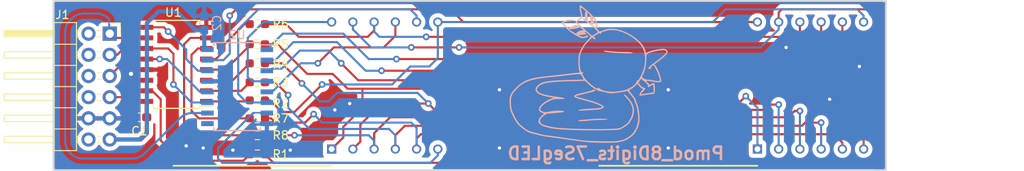
<source format=kicad_pcb>
(kicad_pcb (version 20221018) (generator pcbnew)
  (layers (0 "F.Cu" signal) (31 "B.Cu" signal) (34 "B.Paste" user) (35 "F.Paste" user) (36 "B.SilkS" user "B.Silkscreen") (37 "F.SilkS" user "F.Silkscreen") (38 "B.Mask" user) (39 "F.Mask" user) (44 "Edge.Cuts" user))
  (net 0 "")
  (net 1 "VCC")
  (net 2 "GND")
  (net 3 "Net-(DS1-ANODE_E_DIG_1234)")
  (net 4 "Net-(DS1-ANODE_D_DIG_1234)")
  (net 5 "Net-(DS1-ANODE_DP_DIG_1234)")
  (net 6 "Net-(DS1-ANODE_C_DIG_1234)")
  (net 7 "Net-(DS1-ANODE_G_DIG_1234)")
  (net 8 "Net-(DS1-COMMON_CATHODE_DIG_4)")
  (net 9 "Net-(DS1-ANODE_B_DIG_1234)")
  (net 10 "Net-(DS1-COMMON_CATHODE_DIG_3)")
  (net 11 "Net-(DS1-COMMON_CATHODE_DIG_2)")
  (net 12 "Net-(DS1-ANODE_F_DIG_1234)")
  (net 13 "Net-(DS1-ANODE_A_DIG_1234)")
  (net 14 "Net-(DS1-COMMON_CATHODE_DIG_1)")
  (net 15 "Net-(DS2-COMMON_CATHODE_DIG_4)")
  (net 16 "Net-(DS2-COMMON_CATHODE_DIG_3)")
  (net 17 "Net-(DS2-COMMON_CATHODE_DIG_2)")
  (net 18 "Net-(DS2-COMMON_CATHODE_DIG_1)")
  (net 19 "Net-(J1-Pin_1)")
  (net 20 "Net-(J1-Pin_2)")
  (net 21 "Net-(J1-Pin_3)")
  (net 22 "Net-(J1-Pin_4)")
  (net 27 "Net-(U1-QA)")
  (net 28 "Net-(U1-QB)")
  (net 29 "Net-(U1-QC)")
  (net 30 "Net-(U1-QD)")
  (net 31 "Net-(U1-QE)")
  (net 32 "Net-(U1-QF)")
  (net 33 "Net-(U1-QG)")
  (net 34 "Net-(U1-QH)")
  (net 35 "Net-(U1-QH')")
  (footprint "Resistor_SMD:R_0603_1608Metric_Pad0.98x0.95mm_HandSolder" (layer "F.Cu") (at 74.295 71.882)
    (fp_text reference "R4" (at 2.794 0.127) (layer "F.SilkS"))
    (fp_text value "680" hide)
    (pad "1" smd roundrect (at -0.9125 0) (size 0.975 0.95) (layers "F.Cu" "F.Paste" "F.Mask") (net 30 "Net-(U1-QD)"))
    (pad "2" smd roundrect (at 0.9125 0) (size 0.975 0.95) (layers "F.Cu" "F.Paste" "F.Mask") (net 4 "Net-(DS1-ANODE_D_DIG_1234)"))
  )
  (footprint "SamacSys_Parts:DIPS1524W50P254L5030H825Q12N" (layer "F.Cu") (at 83.185 82.169 90)
    (fp_text reference "DS2" hide)
    (fp_text value "OSL40562-LR" hide)
    (pad "1" thru_hole rect (at 0 0 90) (size 1.1 1.1) (drill 0.7) (layers "*.Cu" "*.Mask") (net 3 "Net-(DS1-ANODE_E_DIG_1234)"))
    (pad "2" thru_hole circle (at 0 2.54 90) (size 1.1 1.1) (drill 0.7) (layers "*.Cu" "*.Mask") (net 4 "Net-(DS1-ANODE_D_DIG_1234)"))
    (pad "3" thru_hole circle (at 0 5.08 90) (size 1.1 1.1) (drill 0.7) (layers "*.Cu" "*.Mask") (net 5 "Net-(DS1-ANODE_DP_DIG_1234)"))
    (pad "4" thru_hole circle (at 0 7.62 90) (size 1.1 1.1) (drill 0.7) (layers "*.Cu" "*.Mask") (net 6 "Net-(DS1-ANODE_C_DIG_1234)"))
    (pad "5" thru_hole circle (at 0 10.16 90) (size 1.1 1.1) (drill 0.7) (layers "*.Cu" "*.Mask") (net 7 "Net-(DS1-ANODE_G_DIG_1234)"))
    (pad "6" thru_hole circle (at 0 12.7 90) (size 1.1 1.1) (drill 0.7) (layers "*.Cu" "*.Mask") (net 15 "Net-(DS2-COMMON_CATHODE_DIG_4)"))
    (pad "7" thru_hole circle (at 15.24 12.7 90) (size 1.1 1.1) (drill 0.7) (layers "*.Cu" "*.Mask") (net 9 "Net-(DS1-ANODE_B_DIG_1234)"))
    (pad "8" thru_hole circle (at 15.24 10.16 90) (size 1.1 1.1) (drill 0.7) (layers "*.Cu" "*.Mask") (net 16 "Net-(DS2-COMMON_CATHODE_DIG_3)"))
    (pad "9" thru_hole circle (at 15.24 7.62 90) (size 1.1 1.1) (drill 0.7) (layers "*.Cu" "*.Mask") (net 17 "Net-(DS2-COMMON_CATHODE_DIG_2)"))
    (pad "10" thru_hole circle (at 15.24 5.08 90) (size 1.1 1.1) (drill 0.7) (layers "*.Cu" "*.Mask") (net 12 "Net-(DS1-ANODE_F_DIG_1234)"))
    (pad "11" thru_hole circle (at 15.24 2.54 90) (size 1.1 1.1) (drill 0.7) (layers "*.Cu" "*.Mask") (net 13 "Net-(DS1-ANODE_A_DIG_1234)"))
    (pad "12" thru_hole circle (at 15.24 0 90) (size 1.1 1.1) (drill 0.7) (layers "*.Cu" "*.Mask") (net 18 "Net-(DS2-COMMON_CATHODE_DIG_1)"))
  )
  (footprint "Package_SO:SOIC-16W_5.3x10.2mm_P1.27mm" (layer "F.Cu") (at 64.643 72.009 180)
    (fp_text reference "U1" (at 0.381 6.223) (layer "F.SilkS"))
    (fp_text value "74HC595")
    (pad "1" smd rect (at -3.55 -4.445 180) (size 1.5 0.6) (layers "F.Cu" "F.Paste" "F.Mask") (net 28 "Net-(U1-QB)"))
    (pad "2" smd rect (at -3.55 -3.175 180) (size 1.5 0.6) (layers "F.Cu" "F.Paste" "F.Mask") (net 29 "Net-(U1-QC)"))
    (pad "3" smd rect (at -3.55 -1.905 180) (size 1.5 0.6) (layers "F.Cu" "F.Paste" "F.Mask") (net 30 "Net-(U1-QD)"))
    (pad "4" smd rect (at -3.55 -0.635 180) (size 1.5 0.6) (layers "F.Cu" "F.Paste" "F.Mask") (net 31 "Net-(U1-QE)"))
    (pad "5" smd rect (at -3.55 0.635 180) (size 1.5 0.6) (layers "F.Cu" "F.Paste" "F.Mask") (net 32 "Net-(U1-QF)"))
    (pad "6" smd rect (at -3.55 1.905 180) (size 1.5 0.6) (layers "F.Cu" "F.Paste" "F.Mask") (net 33 "Net-(U1-QG)"))
    (pad "7" smd rect (at -3.55 3.175 180) (size 1.5 0.6) (layers "F.Cu" "F.Paste" "F.Mask") (net 34 "Net-(U1-QH)"))
    (pad "8" smd rect (at -3.55 4.445 180) (size 1.5 0.6) (layers "F.Cu" "F.Paste" "F.Mask") (net 2 "GND"))
    (pad "9" smd rect (at 3.55 4.445 180) (size 1.5 0.6) (layers "F.Cu" "F.Paste" "F.Mask") (net 35 "Net-(U1-QH')"))
    (pad "10" smd rect (at 3.55 3.175 180) (size 1.5 0.6) (layers "F.Cu" "F.Paste" "F.Mask") (net 19 "Net-(J1-Pin_1)"))
    (pad "11" smd rect (at 3.55 1.905 180) (size 1.5 0.6) (layers "F.Cu" "F.Paste" "F.Mask") (net 20 "Net-(J1-Pin_2)"))
    (pad "12" smd rect (at 3.55 0.635 180) (size 1.5 0.6) (layers "F.Cu" "F.Paste" "F.Mask") (net 21 "Net-(J1-Pin_3)"))
    (pad "13" smd rect (at 3.55 -0.635 180) (size 1.5 0.6) (layers "F.Cu" "F.Paste" "F.Mask") (net 2 "GND"))
    (pad "14" smd rect (at 3.55 -1.905 180) (size 1.5 0.6) (layers "F.Cu" "F.Paste" "F.Mask") (net 22 "Net-(J1-Pin_4)"))
    (pad "15" smd rect (at 3.55 -3.175 180) (size 1.5 0.6) (layers "F.Cu" "F.Paste" "F.Mask") (net 27 "Net-(U1-QA)"))
    (pad "16" smd rect (at 3.55 -4.445 180) (size 1.5 0.6) (layers "F.Cu" "F.Paste" "F.Mask") (net 1 "VCC"))
  )
  (footprint "MyLibrary:Pmod" (layer "F.Cu") (at 56.642 68.326)
    (fp_text reference "J1" (at -5.655 -2.27) (layer "F.SilkS"))
    (fp_text value "Pmod_Header" hide)
    (pad "1" thru_hole rect (at 0 0) (size 1.7 1.7) (drill 1) (layers "*.Cu" "*.Mask") (net 19 "Net-(J1-Pin_1)"))
    (pad "2" thru_hole oval (at 0 2.54) (size 1.7 1.7) (drill 1) (layers "*.Cu" "*.Mask") (net 20 "Net-(J1-Pin_2)"))
    (pad "3" thru_hole oval (at 0 5.08) (size 1.7 1.7) (drill 1) (layers "*.Cu" "*.Mask") (net 21 "Net-(J1-Pin_3)"))
    (pad "4" thru_hole oval (at 0 7.62) (size 1.7 1.7) (drill 1) (layers "*.Cu" "*.Mask") (net 22 "Net-(J1-Pin_4)"))
    (pad "5" thru_hole oval (at 0 10.16) (size 1.7 1.7) (drill 1) (layers "*.Cu" "*.Mask") (net 2 "GND"))
    (pad "6" thru_hole oval (at 0 12.7) (size 1.7 1.7) (drill 1) (layers "*.Cu" "*.Mask") (net 1 "VCC"))
    (pad "7" thru_hole oval (at -2.54 0) (size 1.7 1.7) (drill 1) (layers "*.Cu" "*.Mask"))
    (pad "8" thru_hole oval (at -2.54 2.54) (size 1.7 1.7) (drill 1) (layers "*.Cu" "*.Mask"))
    (pad "9" thru_hole oval (at -2.54 5.08) (size 1.7 1.7) (drill 1) (layers "*.Cu" "*.Mask"))
    (pad "10" thru_hole oval (at -2.54 7.62) (size 1.7 1.7) (drill 1) (layers "*.Cu" "*.Mask"))
    (pad "11" thru_hole oval (at -2.54 10.16) (size 1.7 1.7) (drill 1) (layers "*.Cu" "*.Mask") (net 2 "GND"))
    (pad "12" thru_hole oval (at -2.54 12.7) (size 1.7 1.7) (drill 1) (layers "*.Cu" "*.Mask") (net 1 "VCC"))
  )
  (footprint "Resistor_SMD:R_0603_1608Metric_Pad0.98x0.95mm_HandSolder" (layer "F.Cu") (at 74.295 78.486)
    (fp_text reference "R7" (at 2.794 0) (layer "F.SilkS"))
    (fp_text value "680" hide)
    (pad "1" smd roundrect (at -0.9125 0) (size 0.975 0.95) (layers "F.Cu" "F.Paste" "F.Mask") (net 33 "Net-(U1-QG)"))
    (pad "2" smd roundrect (at 0.9125 0) (size 0.975 0.95) (layers "F.Cu" "F.Paste" "F.Mask") (net 7 "Net-(DS1-ANODE_G_DIG_1234)"))
  )
  (footprint "Capacitor_SMD:C_0603_1608Metric_Pad1.08x0.95mm_HandSolder" (layer "F.Cu") (at 60.198 78.359 180)
    (fp_text reference "C1" (at 0 -1.651) (layer "F.SilkS"))
    (fp_text value "C" hide)
    (pad "1" smd roundrect (at -0.8625 0 180) (size 1.075 0.95) (layers "F.Cu" "F.Paste" "F.Mask") (net 1 "VCC"))
    (pad "2" smd roundrect (at 0.8625 0 180) (size 1.075 0.95) (layers "F.Cu" "F.Paste" "F.Mask") (net 2 "GND"))
  )
  (footprint "Resistor_SMD:R_0603_1608Metric_Pad0.98x0.95mm_HandSolder" (layer "F.Cu") (at 74.295 82.804)
    (fp_text reference "R1" (at 2.794 0) (layer "F.SilkS"))
    (fp_text value "680" hide)
    (pad "1" smd roundrect (at -0.9125 0) (size 0.975 0.95) (layers "F.Cu" "F.Paste" "F.Mask") (net 27 "Net-(U1-QA)"))
    (pad "2" smd roundrect (at 0.9125 0) (size 0.975 0.95) (layers "F.Cu" "F.Paste" "F.Mask") (net 13 "Net-(DS1-ANODE_A_DIG_1234)"))
  )
  (footprint "Resistor_SMD:R_0603_1608Metric_Pad0.98x0.95mm_HandSolder" (layer "F.Cu") (at 74.295 76.327)
    (fp_text reference "R2" (at 2.794 0.381) (layer "F.SilkS"))
    (fp_text value "680" hide)
    (pad "1" smd roundrect (at -0.9125 0) (size 0.975 0.95) (layers "F.Cu" "F.Paste" "F.Mask") (net 28 "Net-(U1-QB)"))
    (pad "2" smd roundrect (at 0.9125 0) (size 0.975 0.95) (layers "F.Cu" "F.Paste" "F.Mask") (net 9 "Net-(DS1-ANODE_B_DIG_1234)"))
  )
  (footprint "Resistor_SMD:R_0603_1608Metric_Pad0.98x0.95mm_HandSolder" (layer "F.Cu") (at 74.295 67.183)
    (fp_text reference "R6" (at 2.794 0) (layer "F.SilkS"))
    (fp_text value "680" hide)
    (pad "1" smd roundrect (at -0.9125 0) (size 0.975 0.95) (layers "F.Cu" "F.Paste" "F.Mask") (net 32 "Net-(U1-QF)"))
    (pad "2" smd roundrect (at 0.9125 0) (size 0.975 0.95) (layers "F.Cu" "F.Paste" "F.Mask") (net 12 "Net-(DS1-ANODE_F_DIG_1234)"))
  )
  (footprint "Resistor_SMD:R_0603_1608Metric_Pad0.98x0.95mm_HandSolder" (layer "F.Cu") (at 74.295 69.596)
    (fp_text reference "R5" (at 2.794 0) (layer "F.SilkS"))
    (fp_text value "680" hide)
    (pad "1" smd roundrect (at -0.9125 0) (size 0.975 0.95) (layers "F.Cu" "F.Paste" "F.Mask") (net 31 "Net-(U1-QE)"))
    (pad "2" smd roundrect (at 0.9125 0) (size 0.975 0.95) (layers "F.Cu" "F.Paste" "F.Mask") (net 3 "Net-(DS1-ANODE_E_DIG_1234)"))
  )
  (footprint "Resistor_SMD:R_0603_1608Metric_Pad0.98x0.95mm_HandSolder" (layer "F.Cu") (at 74.295 74.168)
    (fp_text reference "R3" (at 2.794 0) (layer "F.SilkS"))
    (fp_text value "680" hide)
    (pad "1" smd roundrect (at -0.9125 0) (size 0.975 0.95) (layers "F.Cu" "F.Paste" "F.Mask") (net 29 "Net-(U1-QC)"))
    (pad "2" smd roundrect (at 0.9125 0) (size 0.975 0.95) (layers "F.Cu" "F.Paste" "F.Mask") (net 6 "Net-(DS1-ANODE_C_DIG_1234)"))
  )
  (footprint "SamacSys_Parts:DIPS1524W50P254L5030H825Q12N" (layer "F.Cu") (at 134.112 82.169 90)
    (fp_text reference "DS1" hide)
    (fp_text value "OSL40562-LR" hide)
    (pad "1" thru_hole rect (at 0 0 90) (size 1.1 1.1) (drill 0.7) (layers "*.Cu" "*.Mask") (net 3 "Net-(DS1-ANODE_E_DIG_1234)"))
    (pad "2" thru_hole circle (at 0 2.54 90) (size 1.1 1.1) (drill 0.7) (layers "*.Cu" "*.Mask") (net 4 "Net-(DS1-ANODE_D_DIG_1234)"))
    (pad "3" thru_hole circle (at 0 5.08 90) (size 1.1 1.1) (drill 0.7) (layers "*.Cu" "*.Mask") (net 5 "Net-(DS1-ANODE_DP_DIG_1234)"))
    (pad "4" thru_hole circle (at 0 7.62 90) (size 1.1 1.1) (drill 0.7) (layers "*.Cu" "*.Mask") (net 6 "Net-(DS1-ANODE_C_DIG_1234)"))
    (pad "5" thru_hole circle (at 0 10.16 90) (size 1.1 1.1) (drill 0.7) (layers "*.Cu" "*.Mask") (net 7 "Net-(DS1-ANODE_G_DIG_1234)"))
    (pad "6" thru_hole circle (at 0 12.7 90) (size 1.1 1.1) (drill 0.7) (layers "*.Cu" "*.Mask") (net 8 "Net-(DS1-COMMON_CATHODE_DIG_4)"))
    (pad "7" thru_hole circle (at 15.24 12.7 90) (size 1.1 1.1) (drill 0.7) (layers "*.Cu" "*.Mask") (net 9 "Net-(DS1-ANODE_B_DIG_1234)"))
    (pad "8" thru_hole circle (at 15.24 10.16 90) (size 1.1 1.1) (drill 0.7) (layers "*.Cu" "*.Mask") (net 10 "Net-(DS1-COMMON_CATHODE_DIG_3)"))
    (pad "9" thru_hole circle (at 15.24 7.62 90) (size 1.1 1.1) (drill 0.7) (layers "*.Cu" "*.Mask") (net 11 "Net-(DS1-COMMON_CATHODE_DIG_2)"))
    (pad "10" thru_hole circle (at 15.24 5.08 90) (size 1.1 1.1) (drill 0.7) (layers "*.Cu" "*.Mask") (net 12 "Net-(DS1-ANODE_F_DIG_1234)"))
    (pad "11" thru_hole circle (at 15.24 2.54 90) (size 1.1 1.1) (drill 0.7) (layers "*.Cu" "*.Mask") (net 13 "Net-(DS1-ANODE_A_DIG_1234)"))
    (pad "12" thru_hole circle (at 15.24 0 90) (size 1.1 1.1) (drill 0.7) (layers "*.Cu" "*.Mask") (net 14 "Net-(DS1-COMMON_CATHODE_DIG_1)"))
  )
  (footprint "Resistor_SMD:R_0603_1608Metric_Pad0.98x0.95mm_HandSolder" (layer "F.Cu") (at 74.295 80.518)
    (fp_text reference "R8" (at 2.794 0) (layer "F.SilkS"))
    (fp_text value "680" hide)
    (pad "1" smd roundrect (at -0.9125 0) (size 0.975 0.95) (layers "F.Cu" "F.Paste" "F.Mask") (net 34 "Net-(U1-QH)"))
    (pad "2" smd roundrect (at 0.9125 0) (size 0.975 0.95) (layers "F.Cu" "F.Paste" "F.Mask") (net 5 "Net-(DS1-ANODE_DP_DIG_1234)"))
  )
  (footprint "Package_SO:SOIC-16W_5.3x10.2mm_P1.27mm" (layer "B.Cu") (at 71.882 74.676 180)
    (fp_text reference "U2" (at 0 6.2) (layer "B.SilkS") (effects (justify mirror)))
    (fp_text value "74HC595")
    (pad "1" smd rect (at -3.55 4.445 180) (size 1.5 0.6) (layers "B.Cu" "B.Paste" "B.Mask") (net 11 "Net-(DS1-COMMON_CATHODE_DIG_2)"))
    (pad "2" smd rect (at -3.55 3.175 180) (size 1.5 0.6) (layers "B.Cu" "B.Paste" "B.Mask") (net 10 "Net-(DS1-COMMON_CATHODE_DIG_3)"))
    (pad "3" smd rect (at -3.55 1.905 180) (size 1.5 0.6) (layers "B.Cu" "B.Paste" "B.Mask") (net 8 "Net-(DS1-COMMON_CATHODE_DIG_4)"))
    (pad "4" smd rect (at -3.55 0.635 180) (size 1.5 0.6) (layers "B.Cu" "B.Paste" "B.Mask") (net 18 "Net-(DS2-COMMON_CATHODE_DIG_1)"))
    (pad "5" smd rect (at -3.55 -0.635 180) (size 1.5 0.6) (layers "B.Cu" "B.Paste" "B.Mask") (net 17 "Net-(DS2-COMMON_CATHODE_DIG_2)"))
    (pad "6" smd rect (at -3.55 -1.905 180) (size 1.5 0.6) (layers "B.Cu" "B.Paste" "B.Mask") (net 16 "Net-(DS2-COMMON_CATHODE_DIG_3)"))
    (pad "7" smd rect (at -3.55 -3.175 180) (size 1.5 0.6) (layers "B.Cu" "B.Paste" "B.Mask") (net 15 "Net-(DS2-COMMON_CATHODE_DIG_4)"))
    (pad "8" smd rect (at -3.55 -4.445 180) (size 1.5 0.6) (layers "B.Cu" "B.Paste" "B.Mask") (net 2 "GND"))
    (pad "9" smd rect (at 3.55 -4.445 180) (size 1.5 0.6) (layers "B.Cu" "B.Paste" "B.Mask"))
    (pad "10" smd rect (at 3.55 -3.175 180) (size 1.5 0.6) (layers "B.Cu" "B.Paste" "B.Mask") (net 19 "Net-(J1-Pin_1)"))
    (pad "11" smd rect (at 3.55 -1.905 180) (size 1.5 0.6) (layers "B.Cu" "B.Paste" "B.Mask") (net 20 "Net-(J1-Pin_2)"))
    (pad "12" smd rect (at 3.55 -0.635 180) (size 1.5 0.6) (layers "B.Cu" "B.Paste" "B.Mask") (net 21 "Net-(J1-Pin_3)"))
    (pad "13" smd rect (at 3.55 0.635 180) (size 1.5 0.6) (layers "B.Cu" "B.Paste" "B.Mask") (net 2 "GND"))
    (pad "14" smd rect (at 3.55 1.905 180) (size 1.5 0.6) (layers "B.Cu" "B.Paste" "B.Mask") (net 35 "Net-(U1-QH')"))
    (pad "15" smd rect (at 3.55 3.175 180) (size 1.5 0.6) (layers "B.Cu" "B.Paste" "B.Mask") (net 14 "Net-(DS1-COMMON_CATHODE_DIG_1)"))
    (pad "16" smd rect (at 3.55 4.445 180) (size 1.5 0.6) (layers "B.Cu" "B.Paste" "B.Mask") (net 1 "VCC"))
  )
  (footprint "MyLibrary:kamo20" (layer "B.Cu") (at 114.046 74.168 180)
    (fp_text reference "G***" hide)
    (fp_text value "LOGO" hide)
  )
  (footprint "Capacitor_SMD:C_0603_1608Metric_Pad1.08x0.95mm_HandSolder" (layer "B.Cu") (at 67.945 67.056 -90)
    (fp_text reference "C2" (at 0 -1.524 90) (layer "B.SilkS") (effects (justify mirror)))
    (fp_text value "C" hide)
    (pad "1" smd roundrect (at -0.8625 0 270) (size 1.075 0.95) (layers "B.Cu" "B.Paste" "B.Mask") (net 2 "GND"))
    (pad "2" smd roundrect (at 0.8625 0 270) (size 1.075 0.95) (layers "B.Cu" "B.Paste" "B.Mask") (net 1 "VCC"))
  )
  (gr_rect (start 49.911 64.389) (end 149.479 84.709) (stroke (width 0.2)) (fill none) (layer "Edge.Cuts"))
  (gr_text "Pmod_8Digits_7SegLED " (at 130.302 83.566) (layer "B.SilkS") (effects (font (size 1.5 1.5) (thickness 0.3) bold) (justify left bottom mirror)))
  (segment (start 61.087 80.264) (end 61.087 78.3855) (width 0.5) (layer "F.Cu") (net 1))
  (segment (start 56.577 81.026) (end 60.325 81.026) (width 0.5) (layer "F.Cu") (net 1))
  (segment (start 61.087 78.3855) (end 61.0605 78.359) (width 0.5) (layer "F.Cu") (net 1))
  (segment (start 61.0605 78.359) (end 61.0605 76.4865) (width 0.5) (layer "F.Cu") (net 1))
  (segment (start 60.325 81.026) (end 61.087 80.264) (width 0.5) (layer "F.Cu") (net 1))
  (segment (start 61.0605 76.4865) (end 61.093 76.454) (width 0.5) (layer "F.Cu") (net 1))
  (segment (start 67.945 69.844) (end 68.332 70.231) (width 0.5) (layer "B.Cu") (net 1))
  (segment (start 62.484 65.659) (end 64.643 65.659) (width 0.5) (layer "B.Cu") (net 1))
  (segment (start 56.577 81.026) (end 60.198 81.026) (width 0.5) (layer "B.Cu") (net 1))
  (segment (start 61.087 80.137) (end 61.087 67.056) (width 0.5) (layer "B.Cu") (net 1))
  (segment (start 67.945 67.9185) (end 67.945 69.844) (width 0.5) (layer "B.Cu") (net 1))
  (segment (start 61.087 67.056) (end 62.484 65.659) (width 0.5) (layer "B.Cu") (net 1))
  (segment (start 64.643 65.659) (end 66.9025 67.9185) (width 0.5) (layer "B.Cu") (net 1))
  (segment (start 66.9025 67.9185) (end 67.945 67.9185) (width 0.5) (layer "B.Cu") (net 1))
  (segment (start 60.198 81.026) (end 61.087 80.137) (width 0.5) (layer "B.Cu") (net 1))
  (via (at 71.374 82.296) (size 0.8) (drill 0.4) (layers "F.Cu" "B.Cu") (net 2))
  (via (at 59.182 73.152) (size 1) (drill 0.5) (layers "F.Cu" "B.Cu") (net 2))
  (via (at 142.748 76.2) (size 0.8) (drill 0.4) (layers "F.Cu" "B.Cu") (net 2))
  (via (at 103.251 75.057) (size 0.8) (drill 0.4) (layers "F.Cu" "B.Cu") (net 2))
  (via (at 123.444 75.057) (size 0.8) (drill 0.4) (layers "F.Cu" "B.Cu") (net 2))
  (via (at 85.344 76.708) (size 0.8) (drill 0.4) (layers "F.Cu" "B.Cu") (net 2))
  (via (at 67.818 82.042) (size 0.8) (drill 0.4) (layers "F.Cu" "B.Cu") (net 2))
  (via (at 123.444 82.042) (size 0.8) (drill 0.4) (layers "F.Cu" "B.Cu") (net 2))
  (via (at 146.304 72.263) (size 0.8) (drill 0.4) (layers "F.Cu" "B.Cu") (net 2))
  (via (at 78.232 82.296) (size 0.8) (drill 0.4) (layers "F.Cu" "B.Cu") (net 2))
  (via (at 137.541 69.977) (size 0.8) (drill 0.4) (layers "F.Cu" "B.Cu") (net 2))
  (via (at 83.566 77.47) (size 0.8) (drill 0.4) (layers "F.Cu" "B.Cu") (net 2))
  (via (at 103.251 82.042) (size 0.8) (drill 0.4) (layers "F.Cu" "B.Cu") (net 2))
  (via (at 65.786 81.788) (size 0.8) (drill 0.4) (layers "F.Cu" "B.Cu") (net 2))
  (segment (start 86.868 74.93) (end 97.028 74.93) (width 0.25) (layer "F.Cu") (net 3))
  (segment (start 132.08 76.454) (end 132.715 75.819) (width 0.25) (layer "F.Cu") (net 3))
  (segment (start 76.708 69.596) (end 75.2075 69.596) (width 0.25) (layer "F.Cu") (net 3))
  (segment (start 97.028 74.93) (end 98.552 76.454) (width 0.25) (layer "F.Cu") (net 3))
  (segment (start 86.106 74.93) (end 85.09 74.93) (width 0.25) (layer "F.Cu") (net 3))
  (segment (start 80.264 73.152) (end 76.708 69.596) (width 0.25) (layer "F.Cu") (net 3))
  (segment (start 98.552 76.454) (end 132.08 76.454) (width 0.25) (layer "F.Cu") (net 3))
  (segment (start 86.868 77.216) (end 86.868 74.93) (width 0.25) (layer "F.Cu") (net 3))
  (segment (start 83.312 73.152) (end 80.264 73.152) (width 0.25) (layer "F.Cu") (net 3))
  (segment (start 83.185 82.169) (end 84.582 80.772) (width 0.25) (layer "F.Cu") (net 3))
  (segment (start 85.09 74.93) (end 83.312 73.152) (width 0.25) (layer "F.Cu") (net 3))
  (segment (start 84.582 79.502) (end 86.868 77.216) (width 0.25) (layer "F.Cu") (net 3))
  (segment (start 84.582 80.772) (end 84.582 79.502) (width 0.25) (layer "F.Cu") (net 3))
  (segment (start 86.106 74.93) (end 86.868 74.93) (width 0.25) (layer "F.Cu") (net 3))
  (via (at 132.715 75.819) (size 0.8) (drill 0.4) (layers "F.Cu" "B.Cu") (net 3))
  (segment (start 132.715 75.819) (end 134.112 77.216) (width 0.25) (layer "B.Cu") (net 3))
  (segment (start 134.112 77.216) (end 134.112 82.169) (width 0.25) (layer "B.Cu") (net 3))
  (segment (start 86.614 81.28) (end 85.725 82.169) (width 0.25) (layer "F.Cu") (net 4))
  (segment (start 89.154 76.708) (end 86.614 79.248) (width 0.25) (layer "F.Cu") (net 4))
  (segment (start 77.216 71.882) (end 75.2075 71.882) (width 0.25) (layer "F.Cu") (net 4))
  (segment (start 86.614 79.248) (end 86.614 81.28) (width 0.25) (layer "F.Cu") (net 4))
  (segment (start 94.742 76.708) (end 89.154 76.708) (width 0.25) (layer "F.Cu") (net 4))
  (segment (start 94.742 76.708) (end 95.504 77.47) (width 0.25) (layer "F.Cu") (net 4))
  (segment (start 95.504 77.47) (end 135.001 77.47) (width 0.25) (layer "F.Cu") (net 4))
  (segment (start 135.001 77.47) (end 135.636 76.835) (width 0.25) (layer "F.Cu") (net 4))
  (segment (start 135.636 76.835) (end 136.652 76.835) (width 0.25) (layer "F.Cu") (net 4))
  (segment (start 79.629 74.295) (end 77.216 71.882) (width 0.25) (layer "F.Cu") (net 4))
  (via (at 79.629 74.295) (size 0.8) (drill 0.4) (layers "F.Cu" "B.Cu") (net 4))
  (via (at 136.652 76.835) (size 0.8) (drill 0.4) (layers "F.Cu" "B.Cu") (net 4))
  (via (at 94.742 76.708) (size 0.8) (drill 0.4) (layers "F.Cu" "B.Cu") (net 4))
  (segment (start 82.804 76.454) (end 83.82 75.438) (width 0.25) (layer "B.Cu") (net 4))
  (segment (start 79.629 74.295) (end 81.788 76.454) (width 0.25) (layer "B.Cu") (net 4))
  (segment (start 81.788 76.454) (end 82.804 76.454) (width 0.25) (layer "B.Cu") (net 4))
  (segment (start 83.82 75.438) (end 93.472 75.438) (width 0.25) (layer "B.Cu") (net 4))
  (segment (start 93.472 75.438) (end 94.742 76.708) (width 0.25) (layer "B.Cu") (net 4))
  (segment (start 136.652 82.169) (end 136.652 76.835) (width 0.25) (layer "B.Cu") (net 4))
  (segment (start 88.265 80.518) (end 88.265 82.169) (width 0.25) (layer "F.Cu") (net 5))
  (segment (start 139.192 77.597) (end 138.557 77.597) (width 0.25) (layer "F.Cu") (net 5))
  (segment (start 88.265 80.264) (end 88.265 80.518) (width 0.25) (layer "F.Cu") (net 5))
  (segment (start 90.17 78.359) (end 88.265 80.264) (width 0.25) (layer "F.Cu") (net 5))
  (segment (start 138.557 77.597) (end 137.795 78.359) (width 0.25) (layer "F.Cu") (net 5))
  (segment (start 75.2075 80.518) (end 78.74 80.518) (width 0.25) (layer "F.Cu") (net 5))
  (segment (start 137.795 78.359) (end 90.17 78.359) (width 0.25) (layer "F.Cu") (net 5))
  (via (at 78.74 80.518) (size 0.8) (drill 0.4) (layers "F.Cu" "B.Cu") (net 5))
  (via (at 139.192 77.597) (size 0.8) (drill 0.4) (layers "F.Cu" "B.Cu") (net 5))
  (segment (start 78.74 80.518) (end 87.63 80.518) (width 0.25) (layer "B.Cu") (net 5))
  (segment (start 88.265 81.153) (end 88.265 82.169) (width 0.25) (layer "B.Cu") (net 5))
  (segment (start 139.192 82.169) (end 139.192 77.597) (width 0.25) (layer "B.Cu") (net 5))
  (segment (start 87.63 80.518) (end 88.265 81.153) (width 0.25) (layer "B.Cu") (net 5))
  (segment (start 76.454 74.168) (end 75.2075 74.168) (width 0.25) (layer "F.Cu") (net 6))
  (segment (start 141.732 78.994) (end 139.827 78.994) (width 0.25) (layer "F.Cu") (net 6))
  (segment (start 91.948 79.375) (end 90.932 80.391) (width 0.25) (layer "F.Cu") (net 6))
  (segment (start 90.805 80.518) (end 90.805 82.169) (width 0.25) (layer "F.Cu") (net 6))
  (segment (start 90.932 80.391) (end 90.805 80.518) (width 0.25) (layer "F.Cu") (net 6))
  (segment (start 139.446 79.375) (end 91.948 79.375) (width 0.25) (layer "F.Cu") (net 6))
  (segment (start 139.827 78.994) (end 139.446 79.375) (width 0.25) (layer "F.Cu") (net 6))
  (segment (start 77.978 75.692) (end 76.454 74.168) (width 0.25) (layer "F.Cu") (net 6))
  (via (at 77.978 75.692) (size 0.8) (drill 0.4) (layers "F.Cu" "B.Cu") (net 6))
  (via (at 141.732 78.994) (size 0.8) (drill 0.4) (layers "F.Cu" "B.Cu") (net 6))
  (segment (start 80.518 79.756) (end 90.043 79.756) (width 0.25) (layer "B.Cu") (net 6))
  (segment (start 141.732 82.169) (end 141.732 78.994) (width 0.25) (layer "B.Cu") (net 6))
  (segment (start 90.043 79.756) (end 90.805 80.518) (width 0.25) (layer "B.Cu") (net 6))
  (segment (start 90.805 80.518) (end 90.805 82.169) (width 0.25) (layer "B.Cu") (net 6))
  (segment (start 77.978 75.692) (end 77.978 77.216) (width 0.25) (layer "B.Cu") (net 6))
  (segment (start 77.978 77.216) (end 80.518 79.756) (width 0.25) (layer "B.Cu") (net 6))
  (segment (start 75.946 78.486) (end 75.2075 78.486) (width 0.25) (layer "F.Cu") (net 7))
  (segment (start 76.454 78.994) (end 75.946 78.486) (width 0.25) (layer "F.Cu") (net 7))
  (segment (start 80.01 78.994) (end 76.454 78.994) (width 0.25) (layer "F.Cu") (net 7))
  (segment (start 93.853 80.391) (end 93.345 80.899) (width 0.25) (layer "F.Cu") (net 7))
  (segment (start 143.256 80.391) (end 93.853 80.391) (width 0.25) (layer "F.Cu") (net 7))
  (segment (start 81.026 77.978) (end 80.01 78.994) (width 0.25) (layer "F.Cu") (net 7))
  (segment (start 144.272 82.169) (end 144.272 81.407) (width 0.25) (layer "F.Cu") (net 7))
  (segment (start 144.272 81.407) (end 143.256 80.391) (width 0.25) (layer "F.Cu") (net 7))
  (segment (start 93.345 80.899) (end 93.345 82.169) (width 0.25) (layer "F.Cu") (net 7))
  (via (at 81.026 77.978) (size 0.8) (drill 0.4) (layers "F.Cu" "B.Cu") (net 7))
  (segment (start 81.026 77.978) (end 82.042 78.994) (width 0.25) (layer "B.Cu") (net 7))
  (segment (start 82.042 78.994) (end 92.71 78.994) (width 0.25) (layer "B.Cu") (net 7))
  (segment (start 92.71 78.994) (end 93.345 79.629) (width 0.25) (layer "B.Cu") (net 7))
  (segment (start 93.345 79.629) (end 93.345 82.169) (width 0.25) (layer "B.Cu") (net 7))
  (segment (start 146.812 76.835) (end 146.812 82.169) (width 0.25) (layer "F.Cu") (net 8))
  (segment (start 96.774 73.914) (end 97.028 73.66) (width 0.25) (layer "F.Cu") (net 8))
  (segment (start 84.328 71.882) (end 86.36 73.914) (width 0.25) (layer "F.Cu") (net 8))
  (segment (start 86.36 73.914) (end 96.774 73.914) (width 0.25) (layer "F.Cu") (net 8))
  (segment (start 143.637 73.66) (end 146.812 76.835) (width 0.25) (layer "F.Cu") (net 8))
  (segment (start 97.028 73.66) (end 143.637 73.66) (width 0.25) (layer "F.Cu") (net 8))
  (via (at 84.328 71.882) (size 0.8) (drill 0.4) (layers "F.Cu" "B.Cu") (net 8))
  (segment (start 79.375 70.358) (end 77.216 72.517) (width 0.25) (layer "B.Cu") (net 8))
  (segment (start 82.804 70.358) (end 79.375 70.358) (width 0.25) (layer "B.Cu") (net 8))
  (segment (start 76.073 72.517) (end 75.819 72.771) (width 0.25) (layer "B.Cu") (net 8))
  (segment (start 84.328 71.882) (end 82.804 70.358) (width 0.25) (layer "B.Cu") (net 8))
  (segment (start 77.216 72.517) (end 76.073 72.517) (width 0.25) (layer "B.Cu") (net 8))
  (segment (start 75.819 72.771) (end 75.432 72.771) (width 0.25) (layer "B.Cu") (net 8))
  (segment (start 82.042 74.422) (end 78.74 77.724) (width 0.25) (layer "F.Cu") (net 9))
  (segment (start 78.74 77.724) (end 77.216 77.724) (width 0.25) (layer "F.Cu") (net 9))
  (segment (start 77.216 77.724) (end 75.819 76.327) (width 0.25) (layer "F.Cu") (net 9))
  (segment (start 75.819 76.327) (end 75.2075 76.327) (width 0.25) (layer "F.Cu") (net 9))
  (via (at 82.042 74.422) (size 0.8) (drill 0.4) (layers "F.Cu" "B.Cu") (net 9))
  (segment (start 146.05 65.405) (end 130.302 65.405) (width 0.25) (layer "B.Cu") (net 9))
  (segment (start 130.302 65.405) (end 128.778 66.929) (width 0.25) (layer "B.Cu") (net 9))
  (segment (start 90.424 74.422) (end 92.583 72.263) (width 0.25) (layer "B.Cu") (net 9))
  (segment (start 146.812 66.167) (end 146.05 65.405) (width 0.25) (layer "B.Cu") (net 9))
  (segment (start 95.885 71.247) (end 95.885 66.929) (width 0.25) (layer "B.Cu") (net 9))
  (segment (start 146.812 66.929) (end 146.812 66.167) (width 0.25) (layer "B.Cu") (net 9))
  (segment (start 128.778 66.929) (end 95.885 66.929) (width 0.25) (layer "B.Cu") (net 9))
  (segment (start 92.583 72.263) (end 94.869 72.263) (width 0.25) (layer "B.Cu") (net 9))
  (segment (start 82.042 74.422) (end 90.424 74.422) (width 0.25) (layer "B.Cu") (net 9))
  (segment (start 94.869 72.263) (end 95.885 71.247) (width 0.25) (layer "B.Cu") (net 9))
  (segment (start 95.758 72.517) (end 142.24 72.517) (width 0.25) (layer "F.Cu") (net 10))
  (segment (start 144.272 70.485) (end 144.272 66.929) (width 0.25) (layer "F.Cu") (net 10))
  (segment (start 142.24 72.517) (end 144.272 70.485) (width 0.25) (layer "F.Cu") (net 10))
  (segment (start 95.504 72.771) (end 95.758 72.517) (width 0.25) (layer "F.Cu") (net 10))
  (segment (start 89.154 72.771) (end 95.504 72.771) (width 0.25) (layer "F.Cu") (net 10))
  (via (at 89.154 72.771) (size 0.8) (drill 0.4) (layers "F.Cu" "B.Cu") (net 10))
  (segment (start 83.82 69.342) (end 78.613 69.342) (width 0.25) (layer "B.Cu") (net 10))
  (segment (start 89.154 72.771) (end 87.249 72.771) (width 0.25) (layer "B.Cu") (net 10))
  (segment (start 87.249 72.771) (end 83.82 69.342) (width 0.25) (layer "B.Cu") (net 10))
  (segment (start 78.613 69.342) (end 76.454 71.501) (width 0.25) (layer "B.Cu") (net 10))
  (segment (start 76.454 71.501) (end 75.432 71.501) (width 0.25) (layer "B.Cu") (net 10))
  (segment (start 140.335 71.374) (end 141.732 69.977) (width 0.25) (layer "F.Cu") (net 11))
  (segment (start 141.732 69.977) (end 141.732 66.929) (width 0.25) (layer "F.Cu") (net 11))
  (segment (start 90.932 71.374) (end 140.335 71.374) (width 0.25) (layer "F.Cu") (net 11))
  (via (at 90.932 71.374) (size 0.8) (drill 0.4) (layers "F.Cu" "B.Cu") (net 11))
  (segment (start 77.337 68.326) (end 75.432 70.231) (width 0.25) (layer "B.Cu") (net 11))
  (segment (start 84.582 68.326) (end 77.337 68.326) (width 0.25) (layer "B.Cu") (net 11))
  (segment (start 87.63 71.374) (end 84.582 68.326) (width 0.25) (layer "B.Cu") (net 11))
  (segment (start 90.932 71.374) (end 87.63 71.374) (width 0.25) (layer "B.Cu") (net 11))
  (segment (start 139.192 68.072) (end 139.192 66.929) (width 0.25) (layer "F.Cu") (net 12))
  (segment (start 88.265 66.929) (end 88.265 67.945) (width 0.25) (layer "F.Cu") (net 12))
  (segment (start 87.503 68.707) (end 79.248 68.707) (width 0.25) (layer "F.Cu") (net 12))
  (segment (start 77.724 67.183) (end 75.2075 67.183) (width 0.25) (layer "F.Cu") (net 12))
  (segment (start 138.557 68.707) (end 139.192 68.072) (width 0.25) (layer "F.Cu") (net 12))
  (segment (start 94.488 68.707) (end 138.557 68.707) (width 0.25) (layer "F.Cu") (net 12))
  (segment (start 88.265 67.945) (end 87.503 68.707) (width 0.25) (layer "F.Cu") (net 12))
  (segment (start 79.248 68.707) (end 77.724 67.183) (width 0.25) (layer "F.Cu") (net 12))
  (via (at 94.488 68.707) (size 0.8) (drill 0.4) (layers "F.Cu" "B.Cu") (net 12))
  (segment (start 88.9 68.707) (end 88.265 68.072) (width 0.25) (layer "B.Cu") (net 12))
  (segment (start 94.488 68.707) (end 88.9 68.707) (width 0.25) (layer "B.Cu") (net 12))
  (segment (start 88.265 68.072) (end 88.265 66.929) (width 0.25) (layer "B.Cu") (net 12))
  (segment (start 148.463 66.421) (end 147.447 65.405) (width 0.25) (layer "F.Cu") (net 13))
  (segment (start 147.447 65.405) (end 137.033 65.405) (width 0.25) (layer "F.Cu") (net 13))
  (segment (start 136.652 65.786) (end 136.652 66.929) (width 0.25) (layer "F.Cu") (net 13))
  (segment (start 147.828 83.82) (end 148.463 83.185) (width 0.25) (layer "F.Cu") (net 13))
  (segment (start 148.463 83.185) (end 148.463 66.421) (width 0.25) (layer "F.Cu") (net 13))
  (segment (start 76.2235 83.82) (end 147.828 83.82) (width 0.25) (layer "F.Cu") (net 13))
  (segment (start 75.2075 82.804) (end 76.2235 83.82) (width 0.25) (layer "F.Cu") (net 13))
  (segment (start 137.033 65.405) (end 136.652 65.786) (width 0.25) (layer "F.Cu") (net 13))
  (segment (start 92.71 69.977) (end 98.425 69.977) (width 0.25) (layer "F.Cu") (net 13))
  (via (at 98.425 69.977) (size 0.8) (drill 0.4) (layers "F.Cu" "B.Cu") (net 13))
  (via (at 92.71 69.977) (size 0.8) (drill 0.4) (layers "F.Cu" "B.Cu") (net 13))
  (segment (start 85.725 67.818) (end 85.725 66.929) (width 0.25) (layer "B.Cu") (net 13))
  (segment (start 92.71 69.977) (end 87.884 69.977) (width 0.25) (layer "B.Cu") (net 13))
  (segment (start 134.493 69.977) (end 136.652 67.818) (width 0.25) (layer "B.Cu") (net 13))
  (segment (start 98.425 69.977) (end 134.493 69.977) (width 0.25) (layer "B.Cu") (net 13))
  (segment (start 136.652 67.818) (end 136.652 66.929) (width 0.25) (layer "B.Cu") (net 13))
  (segment (start 87.884 69.977) (end 85.725 67.818) (width 0.25) (layer "B.Cu") (net 13))
  (segment (start 97.409 65.405) (end 98.933 66.929) (width 0.25) (layer "F.Cu") (net 14))
  (segment (start 71.755 65.405) (end 97.409 65.405) (width 0.25) (layer "F.Cu") (net 14))
  (segment (start 70.993 66.167) (end 71.755 65.405) (width 0.25) (layer "F.Cu") (net 14))
  (segment (start 98.933 66.929) (end 134.112 66.929) (width 0.25) (layer "F.Cu") (net 14))
  (via (at 70.993 66.167) (size 0.8) (drill 0.4) (layers "F.Cu" "B.Cu") (net 14))
  (segment (start 70.231 71.501) (end 68.332 71.501) (width 0.25) (layer "B.Cu") (net 14))
  (segment (start 70.993 66.167) (end 70.993 70.739) (width 0.25) (layer "B.Cu") (net 14))
  (segment (start 70.993 70.739) (end 70.231 71.501) (width 0.25) (layer "B.Cu") (net 14))
  (segment (start 94.996 83.82) (end 95.885 82.931) (width 0.25) (layer "B.Cu") (net 15))
  (segment (start 69.596 83.312) (end 70.104 83.82) (width 0.25) (layer "B.Cu") (net 15))
  (segment (start 73.787 77.851) (end 69.596 82.042) (width 0.25) (layer "B.Cu") (net 15))
  (segment (start 69.596 82.042) (end 69.596 83.312) (width 0.25) (layer "B.Cu") (net 15))
  (segment (start 75.432 77.851) (end 73.787 77.851) (width 0.25) (layer "B.Cu") (net 15))
  (segment (start 70.104 83.82) (end 94.996 83.82) (width 0.25) (layer "B.Cu") (net 15))
  (segment (start 95.885 82.931) (end 95.885 82.169) (width 0.25) (layer "B.Cu") (net 15))
  (segment (start 72.009 75.565) (end 73.025 76.581) (width 0.25) (layer "B.Cu") (net 16))
  (segment (start 92.583 65.405) (end 74.422 65.405) (width 0.25) (layer "B.Cu") (net 16))
  (segment (start 93.345 66.929) (end 93.345 66.167) (width 0.25) (layer "B.Cu") (net 16))
  (segment (start 74.422 65.405) (end 72.009 67.818) (width 0.25) (layer "B.Cu") (net 16))
  (segment (start 93.345 66.167) (end 92.583 65.405) (width 0.25) (layer "B.Cu") (net 16))
  (segment (start 72.009 67.818) (end 72.009 75.565) (width 0.25) (layer "B.Cu") (net 16))
  (segment (start 73.025 76.581) (end 75.432 76.581) (width 0.25) (layer "B.Cu") (net 16))
  (segment (start 90.805 68.58) (end 90.805 66.929) (width 0.25) (layer "F.Cu") (net 17))
  (segment (start 89.408 69.977) (end 90.805 68.58) (width 0.25) (layer "F.Cu") (net 17))
  (segment (start 83.439 69.977) (end 89.408 69.977) (width 0.25) (layer "F.Cu") (net 17))
  (segment (start 81.534 71.882) (end 83.439 69.977) (width 0.25) (layer "F.Cu") (net 17))
  (via (at 81.534 71.882) (size 0.8) (drill 0.4) (layers "F.Cu" "B.Cu") (net 17))
  (segment (start 76.073 75.311) (end 75.432 75.311) (width 0.25) (layer "B.Cu") (net 17))
  (segment (start 79.502 71.882) (end 76.073 75.311) (width 0.25) (layer "B.Cu") (net 17))
  (segment (start 81.534 71.882) (end 79.502 71.882) (width 0.25) (layer "B.Cu") (net 17))
  (segment (start 73.152 73.533) (end 73.66 74.041) (width 0.25) (layer "B.Cu") (net 18))
  (segment (start 83.185 66.929) (end 75.057 66.929) (width 0.25) (layer "B.Cu") (net 18))
  (segment (start 75.057 66.929) (end 73.152 68.834) (width 0.25) (layer "B.Cu") (net 18))
  (segment (start 73.152 68.834) (end 73.152 73.533) (width 0.25) (layer "B.Cu") (net 18))
  (segment (start 73.66 74.041) (end 75.432 74.041) (width 0.25) (layer "B.Cu") (net 18))
  (segment (start 57.404 68.834) (end 61.093 68.834) (width 0.25) (layer "F.Cu") (net 19))
  (segment (start 56.577 68.326) (end 56.896 68.326) (width 0.25) (layer "F.Cu") (net 19))
  (segment (start 56.896 68.326) (end 57.404 68.834) (width 0.25) (layer "F.Cu") (net 19))
  (segment (start 52.119213 66.498787) (end 51.893786 66.724214) (width 0.25) (layer "B.Cu") (net 19))
  (segment (start 55.051573 65.913) (end 53.533427 65.913) (width 0.25) (layer "B.Cu") (net 19))
  (segment (start 56.577 66.61) (end 56.465786 66.498786) (width 0.25) (layer "B.Cu") (net 19))
  (segment (start 66.487427 77.851) (end 68.332 77.851) (width 0.25) (layer "B.Cu") (net 19))
  (segment (start 60.783787 82.726213) (end 65.073214 78.436786) (width 0.25) (layer "B.Cu") (net 19))
  (segment (start 53.406427 83.312) (end 59.369573 83.312) (width 0.25) (layer "B.Cu") (net 19))
  (segment (start 51.893787 82.627787) (end 51.992214 82.726214) (width 0.25) (layer "B.Cu") (net 19))
  (segment (start 51.308 68.138427) (end 51.308 81.213573) (width 0.25) (layer "B.Cu") (net 19))
  (segment (start 56.577 68.326) (end 56.577 66.61) (width 0.25) (layer "B.Cu") (net 19))
  (arc (start 59.369573 83.312) (mid 60.13494 83.159759) (end 60.783787 82.726213) (width 0.25) (layer "B.Cu") (net 19))
  (arc (start 51.992214 82.726214) (mid 52.64106 83.159759) (end 53.406427 83.312) (width 0.25) (layer "B.Cu") (net 19))
  (arc (start 65.073214 78.436786) (mid 65.72206 78.003241) (end 66.487427 77.851) (width 0.25) (layer "B.Cu") (net 19))
  (arc (start 51.308 81.213573) (mid 51.460241 81.97894) (end 51.893787 82.627787) (width 0.25) (layer "B.Cu") (net 19))
  (arc (start 53.533427 65.913) (mid 52.76806 66.065241) (end 52.119213 66.498787) (width 0.25) (layer "B.Cu") (net 19))
  (arc (start 56.465786 66.498786) (mid 55.81694 66.065241) (end 55.051573 65.913) (width 0.25) (layer "B.Cu") (net 19))
  (arc (start 51.893786 66.724214) (mid 51.460241 67.37306) (end 51.308 68.138427) (width 0.25) (layer "B.Cu") (net 19))
  (segment (start 56.577 70.866) (end 57.531 70.866) (width 0.25) (layer "F.Cu") (net 20))
  (segment (start 64.262 74.422) (end 64.262 70.739) (width 0.25) (layer "F.Cu") (net 20))
  (segment (start 64.262 70.739) (end 63.627 70.104) (width 0.25) (layer "F.Cu") (net 20))
  (segment (start 57.531 70.866) (end 58.293 70.104) (width 0.25) (layer "F.Cu") (net 20))
  (segment (start 63.627 70.104) (end 61.093 70.104) (width 0.25) (layer "F.Cu") (net 20))
  (segment (start 58.293 70.104) (end 61.093 70.104) (width 0.25) (layer "F.Cu") (net 20))
  (via (at 64.262 74.422) (size 0.8) (drill 0.4) (layers "F.Cu" "B.Cu") (net 20))
  (segment (start 68.332 76.581) (end 66.421 76.581) (width 0.25) (layer "B.Cu") (net 20))
  (segment (start 66.421 76.581) (end 64.262 74.422) (width 0.25) (layer "B.Cu") (net 20))
  (segment (start 56.642 73.406) (end 58.674 71.374) (width 0.25) (layer "F.Cu") (net 21))
  (segment (start 58.674 71.374) (end 61.093 71.374) (width 0.25) (layer "F.Cu") (net 21))
  (segment (start 62.611 71.374) (end 61.093 71.374) (width 0.25) (layer "F.Cu") (net 21))
  (via (at 62.611 71.374) (size 0.8) (drill 0.4) (layers "F.Cu" "B.Cu") (net 21))
  (segment (start 63.5 71.374) (end 67.437 75.311) (width 0.25) (layer "B.Cu") (net 21))
  (segment (start 62.611 71.374) (end 63.5 71.374) (width 0.25) (layer "B.Cu") (net 21))
  (segment (start 67.437 75.311) (end 68.332 75.311) (width 0.25) (layer "B.Cu") (net 21))
  (segment (start 56.577 75.946) (end 58.166 75.946) (width 0.25) (layer "F.Cu") (net 22))
  (segment (start 58.166 75.946) (end 60.198 73.914) (width 0.25) (layer "F.Cu") (net 22))
  (segment (start 60.198 73.914) (end 61.093 73.914) (width 0.25) (layer "F.Cu") (net 22))
  (segment (start 62.738 76.2) (end 62.738 81.153) (width 0.25) (layer "F.Cu") (net 27))
  (segment (start 65.151 83.566) (end 72.6205 83.566) (width 0.25) (layer "F.Cu") (net 27))
  (segment (start 62.738 81.153) (end 65.151 83.566) (width 0.25) (layer "F.Cu") (net 27))
  (segment (start 61.722 75.184) (end 62.738 76.2) (width 0.25) (layer "F.Cu") (net 27))
  (segment (start 72.6205 83.566) (end 73.3825 82.804) (width 0.25) (layer "F.Cu") (net 27))
  (segment (start 61.093 75.184) (end 61.722 75.184) (width 0.25) (layer "F.Cu") (net 27))
  (segment (start 68.193 76.454) (end 73.2555 76.454) (width 0.25) (layer "F.Cu") (net 28))
  (segment (start 73.2555 76.454) (end 73.3825 76.327) (width 0.25) (layer "F.Cu") (net 28))
  (segment (start 72.3665 75.184) (end 73.3825 74.168) (width 0.25) (layer "F.Cu") (net 29))
  (segment (start 68.193 75.184) (end 72.3665 75.184) (width 0.25) (layer "F.Cu") (net 29))
  (segment (start 71.3505 73.914) (end 73.3825 71.882) (width 0.25) (layer "F.Cu") (net 30))
  (segment (start 68.193 73.914) (end 71.3505 73.914) (width 0.25) (layer "F.Cu") (net 30))
  (segment (start 73.3825 69.7465) (end 73.3825 69.596) (width 0.25) (layer "F.Cu") (net 31))
  (segment (start 68.193 72.644) (end 70.485 72.644) (width 0.25) (layer "F.Cu") (net 31))
  (segment (start 70.485 72.644) (end 73.3825 69.7465) (width 0.25) (layer "F.Cu") (net 31))
  (segment (start 69.342 71.374) (end 70.358 70.358) (width 0.25) (layer "F.Cu") (net 32))
  (segment (start 70.358 69.596) (end 72.771 67.183) (width 0.25) (layer "F.Cu") (net 32))
  (segment (start 70.358 70.358) (end 70.358 69.596) (width 0.25) (layer "F.Cu") (net 32))
  (segment (start 68.193 71.374) (end 69.342 71.374) (width 0.25) (layer "F.Cu") (net 32))
  (segment (start 72.771 67.183) (end 73.3825 67.183) (width 0.25) (layer "F.Cu") (net 32))
  (segment (start 68.193 70.104) (end 67.183 70.104) (width 0.25) (layer "F.Cu") (net 33))
  (segment (start 66.421 77.597) (end 67.31 78.486) (width 0.25) (layer "F.Cu") (net 33))
  (segment (start 67.183 70.104) (end 66.421 70.866) (width 0.25) (layer "F.Cu") (net 33))
  (segment (start 66.421 70.866) (end 66.421 77.597) (width 0.25) (layer "F.Cu") (net 33))
  (segment (start 67.31 78.486) (end 73.3825 78.486) (width 0.25) (layer "F.Cu") (net 33))
  (segment (start 65.532 79.375) (end 66.675 80.518) (width 0.25) (layer "F.Cu") (net 34))
  (segment (start 66.294 68.834) (end 65.532 69.596) (width 0.25) (layer "F.Cu") (net 34))
  (segment (start 65.532 69.596) (end 65.532 79.375) (width 0.25) (layer "F.Cu") (net 34))
  (segment (start 66.675 80.518) (end 73.3825 80.518) (width 0.25) (layer "F.Cu") (net 34))
  (segment (start 68.193 68.834) (end 66.294 68.834) (width 0.25) (layer "F.Cu") (net 34))
  (segment (start 63.119 67.564) (end 61.093 67.564) (width 0.25) (layer "F.Cu") (net 35))
  (segment (start 63.627 68.072) (end 63.119 67.564) (width 0.25) (layer "F.Cu") (net 35))
  (via (at 63.627 68.072) (size 0.8) (drill 0.4) (layers "F.Cu" "B.Cu") (net 35))
  (segment (start 63.627 68.072) (end 65.786 70.231) (width 0.25) (layer "B.Cu") (net 35))
  (segment (start 65.786 71.374) (end 67.183 72.771) (width 0.25) (layer "B.Cu") (net 35))
  (segment (start 65.786 70.231) (end 65.786 71.374) (width 0.25) (layer "B.Cu") (net 35))
  (segment (start 67.183 72.771) (end 68.332 72.771) (width 0.25) (layer "B.Cu") (net 35))
  (zone (net 2) (net_name "GND") (layer "F.Cu") (connect_pads (clearance 0.5)) (min_thickness 0.25) (fill yes (thermal_gap 0.5) (thermal_bridge_width 0.5))
    (polygon (pts (xy 50.038 64.516) (xy 149.352 64.516) (xy 149.352 84.582) (xy 50.038 84.582)))
  )
  (zone (net 2) (net_name "GND") (layer "B.Cu") (connect_pads (clearance 0.5)) (min_thickness 0.25) (fill yes (thermal_gap 0.5) (thermal_bridge_width 0.5))
    (polygon (pts (xy 50.038 64.516) (xy 149.352 64.516) (xy 149.352 84.582) (xy 50.038 84.582)))
  )
)
</source>
